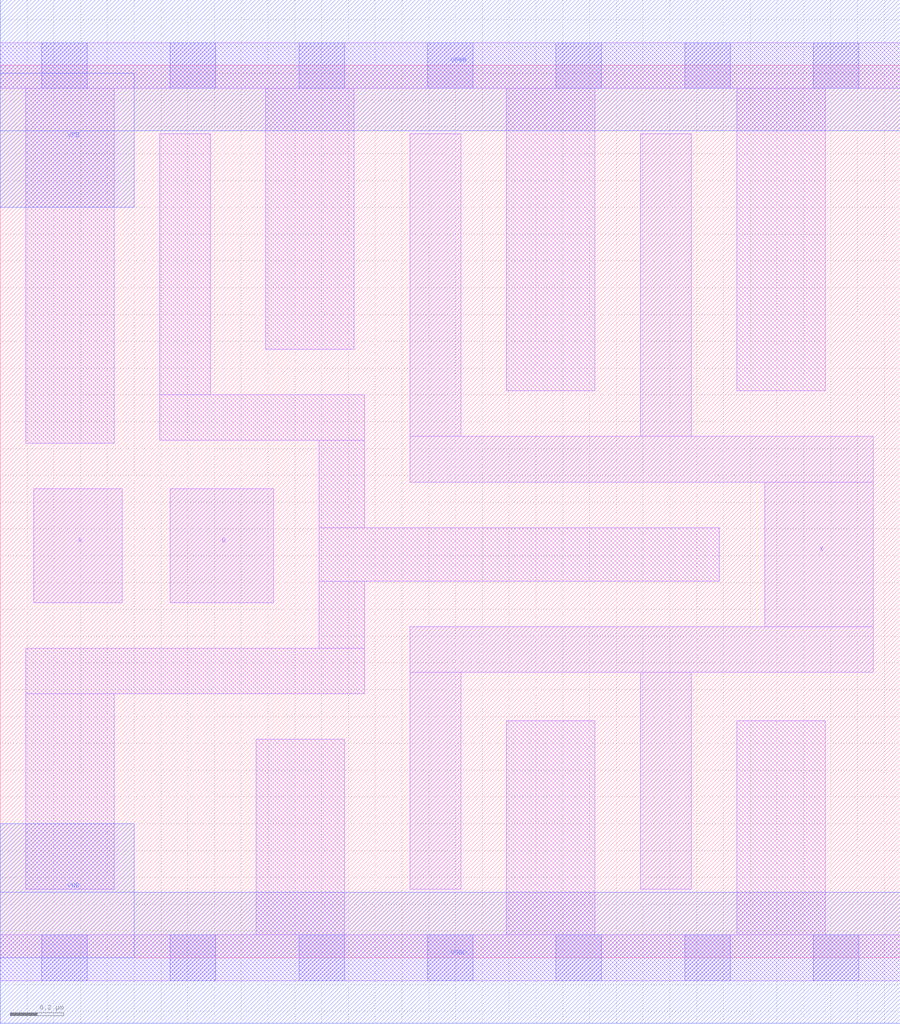
<source format=lef>
# Copyright 2020 The SkyWater PDK Authors
#
# Licensed under the Apache License, Version 2.0 (the "License");
# you may not use this file except in compliance with the License.
# You may obtain a copy of the License at
#
#     https://www.apache.org/licenses/LICENSE-2.0
#
# Unless required by applicable law or agreed to in writing, software
# distributed under the License is distributed on an "AS IS" BASIS,
# WITHOUT WARRANTIES OR CONDITIONS OF ANY KIND, either express or implied.
# See the License for the specific language governing permissions and
# limitations under the License.
#
# SPDX-License-Identifier: Apache-2.0

VERSION 5.5 ;
NAMESCASESENSITIVE ON ;
BUSBITCHARS "[]" ;
DIVIDERCHAR "/" ;
MACRO sky130_fd_sc_lp__and2_4
  CLASS CORE ;
  SOURCE USER ;
  ORIGIN  0.000000  0.000000 ;
  SIZE  3.360000 BY  3.330000 ;
  SYMMETRY X Y R90 ;
  SITE unit ;
  PIN A
    ANTENNAGATEAREA  0.315000 ;
    DIRECTION INPUT ;
    USE SIGNAL ;
    PORT
      LAYER li1 ;
        RECT 0.125000 1.325000 0.455000 1.750000 ;
    END
  END A
  PIN B
    ANTENNAGATEAREA  0.315000 ;
    DIRECTION INPUT ;
    USE SIGNAL ;
    PORT
      LAYER li1 ;
        RECT 0.635000 1.325000 1.020000 1.750000 ;
    END
  END B
  PIN X
    ANTENNADIFFAREA  1.176000 ;
    DIRECTION OUTPUT ;
    USE SIGNAL ;
    PORT
      LAYER li1 ;
        RECT 1.530000 0.255000 1.720000 1.065000 ;
        RECT 1.530000 1.065000 3.260000 1.235000 ;
        RECT 1.530000 1.775000 3.260000 1.945000 ;
        RECT 1.530000 1.945000 1.720000 3.075000 ;
        RECT 2.390000 0.255000 2.580000 1.065000 ;
        RECT 2.390000 1.945000 2.580000 3.075000 ;
        RECT 2.855000 1.235000 3.260000 1.775000 ;
    END
  END X
  PIN VGND
    DIRECTION INOUT ;
    USE GROUND ;
    PORT
      LAYER met1 ;
        RECT 0.000000 -0.245000 3.360000 0.245000 ;
    END
  END VGND
  PIN VNB
    DIRECTION INOUT ;
    USE GROUND ;
    PORT
    END
  END VNB
  PIN VPB
    DIRECTION INOUT ;
    USE POWER ;
    PORT
    END
  END VPB
  PIN VNB
    DIRECTION INOUT ;
    USE GROUND ;
    PORT
      LAYER met1 ;
        RECT 0.000000 0.000000 0.500000 0.500000 ;
    END
  END VNB
  PIN VPB
    DIRECTION INOUT ;
    USE POWER ;
    PORT
      LAYER met1 ;
        RECT 0.000000 2.800000 0.500000 3.300000 ;
    END
  END VPB
  PIN VPWR
    DIRECTION INOUT ;
    USE POWER ;
    PORT
      LAYER met1 ;
        RECT 0.000000 3.085000 3.360000 3.575000 ;
    END
  END VPWR
  OBS
    LAYER li1 ;
      RECT 0.000000 -0.085000 3.360000 0.085000 ;
      RECT 0.000000  3.245000 3.360000 3.415000 ;
      RECT 0.095000  0.255000 0.425000 0.985000 ;
      RECT 0.095000  0.985000 1.360000 1.155000 ;
      RECT 0.095000  1.920000 0.425000 3.245000 ;
      RECT 0.595000  1.930000 1.360000 2.100000 ;
      RECT 0.595000  2.100000 0.785000 3.075000 ;
      RECT 0.955000  0.085000 1.285000 0.815000 ;
      RECT 0.990000  2.270000 1.320000 3.245000 ;
      RECT 1.190000  1.155000 1.360000 1.405000 ;
      RECT 1.190000  1.405000 2.685000 1.605000 ;
      RECT 1.190000  1.605000 1.360000 1.930000 ;
      RECT 1.890000  0.085000 2.220000 0.885000 ;
      RECT 1.890000  2.115000 2.220000 3.245000 ;
      RECT 2.750000  0.085000 3.080000 0.885000 ;
      RECT 2.750000  2.115000 3.080000 3.245000 ;
    LAYER mcon ;
      RECT 0.155000 -0.085000 0.325000 0.085000 ;
      RECT 0.155000  3.245000 0.325000 3.415000 ;
      RECT 0.635000 -0.085000 0.805000 0.085000 ;
      RECT 0.635000  3.245000 0.805000 3.415000 ;
      RECT 1.115000 -0.085000 1.285000 0.085000 ;
      RECT 1.115000  3.245000 1.285000 3.415000 ;
      RECT 1.595000 -0.085000 1.765000 0.085000 ;
      RECT 1.595000  3.245000 1.765000 3.415000 ;
      RECT 2.075000 -0.085000 2.245000 0.085000 ;
      RECT 2.075000  3.245000 2.245000 3.415000 ;
      RECT 2.555000 -0.085000 2.725000 0.085000 ;
      RECT 2.555000  3.245000 2.725000 3.415000 ;
      RECT 3.035000 -0.085000 3.205000 0.085000 ;
      RECT 3.035000  3.245000 3.205000 3.415000 ;
  END
END sky130_fd_sc_lp__and2_4
END LIBRARY

</source>
